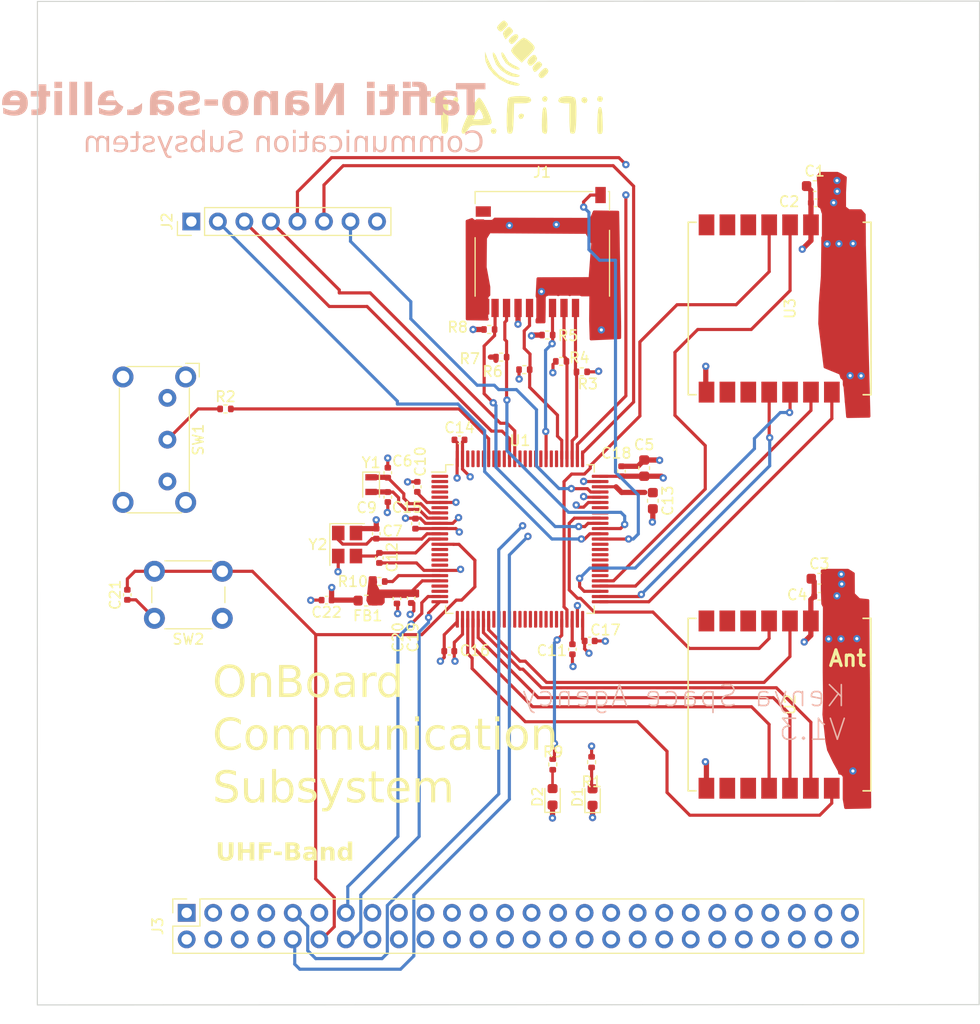
<source format=kicad_pcb>
(kicad_pcb (version 20221018) (generator pcbnew)
  (layers (0 "F.Cu" signal) (1 "In1.Cu" power "GND") (2 "In2.Cu" power "PWR") (31 "B.Cu" signal) (34 "B.Paste" user) (35 "F.Paste" user) (36 "B.SilkS" user "B.Silkscreen") (37 "F.SilkS" user "F.Silkscreen") (38 "B.Mask" user) (39 "F.Mask" user) (44 "Edge.Cuts" user))
  (net 0 "")
  (net 1 "+3V3")
  (net 2 "GND")
  (net 3 "LSE_IN")
  (net 4 "HSE_IN")
  (net 5 "LSE_OUT")
  (net 6 "VCAP1")
  (net 7 "HSE_OUT")
  (net 8 "VCAP2")
  (net 9 "+3.3VA")
  (net 10 "NRST")
  (net 11 "Net-(D1-A)")
  (net 12 "Net-(D2-A)")
  (net 13 "SDMMC_D2")
  (net 14 "SDMMC_D3")
  (net 15 "SDMMC_CMD")
  (net 16 "SDMMC_CK")
  (net 17 "SDMMC_D0")
  (net 18 "SDMMC_D1")
  (net 19 "SDMMC_DB")
  (net 20 "SDMMC_DA")
  (net 21 "ExtTRIG")
  (net 22 "JRST")
  (net 23 "SWO")
  (net 24 "JTDI")
  (net 25 "SWDCLK")
  (net 26 "SWDIO")
  (net 27 "CANTX")
  (net 28 "CANRX")
  (net 29 "USART2_TX")
  (net 30 "USART2_RX")
  (net 31 "/sw_boot")
  (net 32 "/BOOT")
  (net 33 "LED")
  (net 47 "CS")
  (net 48 "SCK")
  (net 49 "MISO")
  (net 50 "MOSI")
  (net 51 "RESET")
  (net 64 "IRQ1")
  (net 65 "CS1")
  (net 66 "SCK1")
  (net 67 "MISO1")
  (net 68 "MOSI1")
  (net 69 "RESET1")
  (net 77 "IRQ")
  (net 91 "Net-(U1-VREF+)")
  (footprint "Capacitor_SMD:C_0402_1005Metric" (layer "F.Cu") (at 112.776 106.222 -90)
    (fp_text reference "C19")
    (fp_text value "10n")
  )
  (footprint "Capacitor_SMD:C_0402_1005Metric" (layer "F.Cu") (at 85.598 105.918 90)
    (fp_text reference "C21")
    (fp_text value "100n")
  )
  (footprint "Capacitor_SMD:C_0402_1005Metric" (layer "F.Cu") (at 116.42 111.31 180)
    (fp_text reference "C16")
    (fp_text value "100n")
  )
  (footprint "Capacitor_SMD:C_0402_1005Metric" (layer "F.Cu") (at 104.676 106.426 180)
    (fp_text reference "C22")
    (fp_text value "1u")
  )
  (footprint "Resistor_SMD:R_0402_1005Metric" (layer "F.Cu") (at 129.11 84.59 180)
    (fp_text reference "R3")
    (fp_text value "47k")
  )
  (footprint "RF_Module:Ai-Thinker-Ra-01-LoRa" (layer "F.Cu") (at 148.04 116.42 -90)
    (fp_text reference "U2")
    (fp_text value "Ai-Thinker-Ra-02")
  )
  (footprint "Resistor_SMD:R_0402_1005Metric" (layer "F.Cu") (at 121.4 83.18)
    (fp_text reference "R7")
    (fp_text value "47k")
  )
  (footprint "Crystal:Crystal_SMD_2012-2Pin_2.0x1.2mm" (layer "F.Cu") (at 108.936 95.378 -90)
    (fp_text reference "Y1")
    (fp_text value "32.768KHz")
  )
  (footprint "Capacitor_SMD:C_0402_1005Metric" (layer "F.Cu") (at 151.52 68.42)
    (fp_text reference "C2")
    (fp_text value "0.1uF")
  )
  (footprint "Capacitor_SMD:C_0402_1005Metric" (layer "F.Cu") (at 109.432 100.066 90)
    (fp_text reference "C7")
    (fp_text value "10p")
  )
  (footprint "MountingHole:MountingHole_3.2mm_M3" (layer "F.Cu") (at 85.44 132.93)
    (fp_text reference "H3" hide)
    (fp_text value "MountingHole")
  )
  (footprint "Connector_PinSocket_2.54mm:PinSocket_2x26_P2.54mm_Vertical" (layer "F.Cu") (at 91.28 136.34 90)
    (fp_text reference "J3")
    (fp_text value "Conn_02x40_Top_Bottom")
  )
  (footprint "MountingHole:MountingHole_3.2mm_M3" (layer "F.Cu") (at 158.29 57.75)
    (fp_text reference "H2" hide)
    (fp_text value "MountingHole")
  )
  (footprint "Capacitor_SMD:C_0402_1005Metric" (layer "F.Cu") (at 132.91 94.104 90)
    (fp_text reference "C18")
    (fp_text value "100n")
  )
  (footprint "Resistor_SMD:R_0402_1005Metric" (layer "F.Cu") (at 125.81 81.07)
    (fp_text reference "R5")
    (fp_text value "47k")
  )
  (footprint "Crystal:Crystal_SMD_3225-4Pin_3.2x2.5mm" (layer "F.Cu") (at 106.638 101.11 -90)
    (fp_text reference "Y2")
    (fp_text value "16MHz")
  )
  (footprint "LED_SMD:LED_0603_1608Metric" (layer "F.Cu") (at 130.14 125.264 90)
    (fp_text reference "D1")
    (fp_text value "LED")
  )
  (footprint "Capacitor_SMD:C_0402_1005Metric" (layer "F.Cu") (at 110.536 94.238 90)
    (fp_text reference "C6")
    (fp_text value "15p")
  )
  (footprint "Resistor_SMD:R_0402_1005Metric" (layer "F.Cu") (at 123.61 84.38)
    (fp_text reference "R6")
    (fp_text value "47k")
  )
  (footprint "Capacitor_SMD:C_0402_1005Metric" (layer "F.Cu") (at 117.4 91.094)
    (fp_text reference "C14")
    (fp_text value "100n")
  )
  (footprint "Resistor_SMD:R_0402_1005Metric" (layer "F.Cu") (at 126.33 122.144 -90)
    (fp_text reference "R9")
    (fp_text value "1k")
  )
  (footprint "Capacitor_SMD:C_0402_1005Metric" (layer "F.Cu") (at 111.41 106.272 -90)
    (fp_text reference "C20")
    (fp_text value "1u")
  )
  (footprint "Resistor_SMD:R_0402_1005Metric" (layer "F.Cu") (at 94.996 88.138)
    (fp_text reference "R2")
    (fp_text value "10k")
  )
  (footprint "Capacitor_SMD:C_0402_1005Metric" (layer "F.Cu") (at 128.21 111.13 -90)
    (fp_text reference "C11")
    (fp_text value "2.2uF")
  )
  (footprint "Resistor_SMD:R_0402_1005Metric" (layer "F.Cu") (at 109.73 104.648)
    (fp_text reference "R10")
    (fp_text value "10k")
  )
  (footprint "Inductor_SMD:L_0603_1608Metric" (layer "F.Cu") (at 108.4785 106.474 180)
    (fp_text reference "FB1")
    (fp_text value "120R")
  )
  (footprint "MountingHole:MountingHole_3.2mm_M3" (layer "F.Cu") (at 158.92 132.08)
    (fp_text reference "H4" hide)
    (fp_text value "MountingHole")
  )
  (footprint "Resistor_SMD:R_0402_1005Metric" (layer "F.Cu") (at 130.048 121.922 -90)
    (fp_text reference "R1")
    (fp_text value "1k")
  )
  (footprint "LED_SMD:LED_0603_1608Metric" (layer "F.Cu") (at 126.31 125.244 90)
    (fp_text reference "D2")
    (fp_text value "LED")
  )
  (footprint "Capacitor_SMD:C_0603_1608Metric" (layer "F.Cu") (at 135.08 93.799 90)
    (fp_text reference "C5")
    (fp_text value "4.7u")
  )
  (footprint "Package_QFP:LQFP-100_14x14mm_P0.5mm" (layer "F.Cu") (at 123.19 100.584)
    (fp_text reference "U1")
    (fp_text value "STM32H743VIT6")
  )
  (footprint "Capacitor_SMD:C_0603_1608Metric" (layer "F.Cu") (at 151.855 104.38)
    (fp_text reference "C3")
    (fp_text value "22uF/16V")
  )
  (footprint "Resistor_SMD:R_0402_1005Metric" (layer "F.Cu") (at 127.13 83.59)
    (fp_text reference "R4")
    (fp_text value "47k")
  )
  (footprint "Connector_PinHeader_2.54mm:PinHeader_1x08_P2.54mm_Vertical" (layer "F.Cu") (at 91.725 70.21 90)
    (fp_text reference "J2")
    (fp_text value "Conn_01x08_Male")
  )
  (footprint "RF_Module:Ai-Thinker-Ra-01-LoRa" (layer "F.Cu") (at 148.05 78.53 -90)
    (fp_text reference "U3")
    (fp_text value "Ai-Thinker-Ra-02")
  )
  (footprint "Capacitor_SMD:C_0402_1005Metric" (layer "F.Cu") (at 129.86 110.334)
    (fp_text reference "C17")
    (fp_text value "100n")
  )
  (footprint "MountingHole:MountingHole_3.2mm_M3" (layer "F.Cu") (at 85.87 57.75)
    (fp_text reference "H1" hide)
    (fp_text value "MountingHole")
  )
  (footprint "Capacitor_SMD:C_0402_1005Metric" (layer "F.Cu") (at 113.36 95.59 90)
    (fp_text reference "C10")
    (fp_text value "100n")
  )
  (footprint "Capacitor_SMD:C_0402_1005Metric" (layer "F.Cu") (at 109.728 102.39 -90)
    (fp_text reference "C12")
    (fp_text value "10p")
  )
  (footprint "Capacitor_SMD:C_0402_1005Metric" (layer "F.Cu") (at 113.18 99.11 90)
    (fp_text reference "C15")
    (fp_text value "100n")
  )
  (footprint "Button_Switch_THT:SW_PUSH_6mm" (layer "F.Cu") (at 94.69 108.168 180)
    (fp_text reference "SW2")
    (fp_text value "SW_Push")
  )
  (footprint "Capacitor_SMD:C_0402_1005Metric" (layer "F.Cu") (at 151.84 106.06)
    (fp_text reference "C4")
    (fp_text value "0.1uF")
  )
  (footprint "Capacitor_SMD:C_0402_1005Metric" (layer "F.Cu") (at 110.536 96.568 -90)
    (fp_text reference "C9")
    (fp_text value "15p")
  )
  (footprint "LOGO" (layer "F.Cu") (at 123.316182 56.953901)
    (fp_text reference "G***" hide)
    (fp_text value "LOGO" hide)
  )
  (footprint "Connector_Card:microSD_HC_Hirose_DM3D-SF" (layer "F.Cu") (at 125.33 73.13)
    (fp_text reference "J1")
    (fp_text value "Micro_SD_Card_Det")
  )
  (footprint "Resistor_SMD:R_0402_1005Metric" (layer "F.Cu") (at 120.25 80.54)
    (fp_text reference "R8")
    (fp_text value "47k")
  )
  (footprint "Capacitor_SMD:C_0603_1608Metric" (layer "F.Cu") (at 151.405 66.82)
    (fp_text reference "C1")
    (fp_text value "22uF/16V")
  )
  (footprint "Capacitor_SMD:C_0603_1608Metric" (layer "F.Cu") (at 135.91 96.92 -90)
    (fp_text reference "C13")
    (fp_text value "2.2uF")
  )
  (footprint "Button_Switch_THT:SW_E-Switch_EG1224_SPDT_Angled" (layer "F.Cu") (at 89.435 87.08 -90)
    (fp_text reference "SW1")
    (fp_text value "SW_SPDT")
  )
  (gr_line (start 167.19 49.23) (end 167.19 49.13) (stroke (width 0.1)) (layer "Edge.Cuts"))
  (gr_line (start 76.98 145.15) (end 167.15 145.12) (stroke (width 0.1)) (layer "Edge.Cuts"))
  (gr_line (start 76.99 49.16) (end 167.19 49.13) (stroke (width 0.1)) (layer "Edge.Cuts"))
  (gr_line (start 167.15 145.12) (end 167.19 49.23) (stroke (width 0.1)) (layer "Edge.Cuts"))
  (gr_line (start 76.98 145.15) (end 76.99 49.16) (stroke (width 0.1)) (layer "Edge.Cuts"))
  (gr_text "Kenya Space Agency\nV1.3" (at 154.53 119.98) (layer "B.SilkS") (effects (font (size 2 2)) (justify left bottom mirror)))
  (gr_text "Communication Subsystem" (at 119.77 63.9) (layer "B.SilkS") (effects (font (size 2 2) (thickness 0.25)) (justify left bottom mirror)))
  (gr_text "Tafiti Nano-satellite" (at 119.9 60.54) (layer "B.SilkS") (effects (font (size 3 3) (thickness 0.6) bold) (justify left bottom mirror)))
  (gr_text "UHF-Band" (at 94.05 131.62) (layer "F.SilkS") (effects (font (size 1.7 1.7) (thickness 0.3) bold) (justify left bottom)))
  (gr_text "Ant" (at 152.6 112.88) (layer "F.SilkS") (effects (font (size 1.5 1.5) (thickness 0.3) bold) (justify left bottom)))
  (gr_text "OnBoard\nCommunication \nSubsystem" (at 93.75 126.28) (layer "F.SilkS") (effects (font (size 3 3) (thickness 0.375)) (justify left bottom)))
  (segment (start 113.6 99.584) (end 113.594 99.59) (width 0.3) (layer "F.Cu") (net 1))
  (segment (start 117.17 94.75) (end 117.17 92.929) (width 0.3) (layer "F.Cu") (net 1))
  (segment (start 115.515 99.584) (end 117.054 99.584) (width 0.3) (layer "F.Cu") (net 1))
  (segment (start 129.62 84.59) (end 130.66 84.59) (width 0.3) (layer "F.Cu") (net 1))
  (segment (start 116.99 110.4) (end 116.97 110.4) (width 0.3) (layer "F.Cu") (net 1))
  (segment (start 118.75 80.54) (end 118.73 80.52) (width 0.5) (layer "F.Cu") (net 1))
  (segment (start 113.6 99.584) (end 113.584 99.568) (width 0.3) (layer "F.Cu") (net 1))
  (segment (start 120.89 83.18) (end 120.36 83.18) (width 0.5) (layer "F.Cu") (net 1))
  (segment (start 123.005 78.48) (end 123.005 80.025) (width 0.5) (layer "F.Cu") (net 1))
  (segment (start 117.17 92.929) (end 117.19 92.909) (width 0.3) (layer "F.Cu") (net 1))
  (segment (start 117.046 97.084) (end 117.06 97.07) (width 0.3) (layer "F.Cu") (net 1))
  (segment (start 130.66 84.59) (end 130.72 84.53) (width 0.3) (layer "F.Cu") (net 1))
  (segment (start 114.281106 97.084) (end 113.36 96.162894) (width 0.3) (layer "F.Cu") (net 1))
  (segment (start 126.35 83.87) (end 126.35 84.66) (width 0.3) (layer "F.Cu") (net 1))
  (segment (start 132.92 94.574) (end 132.91 94.584) (width 0.5) (layer "F.Cu") (net 1))
  (segment (start 151.04 108.42) (end 151.04 109.795) (width 0.5) (layer "F.Cu") (net 1))
  (segment (start 117.69 108.259) (end 117.69 109.7) (width 0.3) (layer "F.Cu") (net 1))
  (segment (start 113.36 96.162894) (end 113.36 96.07) (width 0.3) (layer "F.Cu") (net 1))
  (segment (start 151.04 109.795) (end 150.405 110.43) (width 0.5) (layer "F.Cu") (net 1))
  (segment (start 124.3695 81.07) (end 125.3 81.07) (width 0.5) (layer "F.Cu") (net 1))
  (segment (start 151.05 72.03) (end 150.22 72.86) (width 0.5) (layer "F.Cu") (net 1))
  (segment (start 151.05 70.53) (end 151.05 68.43) (width 0.5) (layer "F.Cu") (net 1))
  (segment (start 107.643 106.426) (end 107.691 106.474) (width 0.5) (layer "F.Cu") (net 1))
  (segment (start 129.38 111.092) (end 129.794 111.506) (width 0.3) (layer "F.Cu") (net 1))
  (segment (start 151.04 68.42) (end 151.04 67.23) (width 0.5) (layer "F.Cu") (net 1))
  (segment (start 115.515 97.084) (end 117.046 97.084) (width 0.3) (layer "F.Cu") (net 1))
  (segment (start 117.054 99.584) (end 117.38 99.91) (width 0.3) (layer "F.Cu") (net 1))
  (segment (start 151.04 67.23) (end 150.63 66.82) (width 0.5) (layer "F.Cu") (net 1))
  (segment (start 117.19 91.364) (end 116.92 91.094) (width 0.3) (layer "F.Cu") (net 1))
  (segment (start 120.89 83.49) (end 120.89 83.18) (width 0.5) (layer "F.Cu") (net 1))
  (segment (start 151.36 106.06) (end 151.36 104.66) (width 0.5) (layer "F.Cu") (net 1))
  (segment (start 135.08 94.574) (end 136.738 94.574) (width 0.5) (layer "F.Cu") (net 1))
  (segment (start 123.1 84.38) (end 123.1 85.27) (width 0.3) (layer "F.Cu") (net 1))
  (segment (start 123.1 85.27) (end 123.11 85.28) (width 0.3) (layer "F.Cu") (net 1))
  (segment (start 136.738 94.574) (end 136.906 94.742) (width 0.5) (layer "F.Cu") (net 1))
  (segment (start 116.9 110.47) (end 116.9 111.31) (width 0.3) (layer "F.Cu") (net 1))
  (segment (start 124.2995 81.14) (end 124.3695 81.07) (width 0.5) (layer "F.Cu") (net 1))
  (segment (start 130.865 94.584) (end 132.91 94.584) (width 0.3) (layer "F.Cu") (net 1))
  (segment (start 130.048 121.412) (end 130.048 120.396) (width 0.3) (layer "F.Cu") (net 1))
  (segment (start 105.156 105.234) (end 105.17 105.22) (width 0.5) (layer "F.Cu") (net 1))
  (segment (start 129.19 108.259) (end 129.19 110.144) (width 0.3) (layer "F.Cu") (net 1))
  (segment (start 105.156 106.426) (end 107.643 106.426) (width 0.5) (layer "F.Cu") (net 1))
  (segment (start 115.515 99.584) (end 113.6 99.584) (width 0.3) (layer "F.Cu") (net 1))
  (segment (start 116.9 112.198) (end 116.9 111.31) (width 0.3) (layer "F.Cu") (net 1))
  (segment (start 151.04 106.38) (end 151.36 106.06) (width 0.5) (layer "F.Cu") (net 1))
  (segment (start 117.19 92.909) (end 117.19 91.364) (width 0.3) (layer "F.Cu") (net 1))
  (segment (start 123.005 80.025) (end 123 80.03) (width 0.5) (layer "F.Cu") (net 1))
  (segment (start 105.156 106.426) (end 105.156 105.234) (width 0.5) (layer "F.Cu") (net 1))
  (segment (start 113.594 99.59) (end 113.18 99.59) (width 0.3) (layer "F.Cu") (net 1))
  (segment (start 151.04 108.42) (end 151.04 106.38) (width 0.5) (layer "F.Cu") (net 1))
  (segment (start 116.97 112.268) (end 116.9 112.198) (width 0.3) (layer "F.Cu") (net 1))
  (segment (start 117.69 109.7) (end 116.99 110.4) (width 0.3) (layer "F.Cu") (net 1))
  (segment (start 115.515 97.084) (end 114.281106 97.084) (width 0.3) (layer "F.Cu") (net 1))
  (segment (start 129.38 110.334) (end 129.38 111.092) (width 0.3) (layer "F.Cu") (net 1))
  (segment (start 151.36 104.66) (end 151.08 104.38) (width 0.5) (layer "F.Cu") (net 1))
  (segment (start 116.97 110.4) (end 116.9 110.47) (width 0.3) (layer "F.Cu") (net 1))
  (segment (start 129.19 110.144) (end 129.38 110.334) (width 0.3) (layer "F.Cu") (net 1))
  (segment (start 135.08 94.574) (end 132.92 94.574) (width 0.5) (layer "F.Cu") (net 1))
  (segment (start 151.05 68.43) (end 151.04 68.42) (width 0.5) (layer "F.Cu") (net 1))
  (segment (start 151.05 70.53) (end 151.05 72.03) (width 0.5) (layer "F.Cu") (net 1))
  (segment (start 126.35 84.66) (end 126.34 84.67) (width 0.3) (layer "F.Cu") (net 1))
  (segment (start 119.74 80.54) (end 118.75 80.54) (width 0.5) (layer "F.Cu") (net 1))
  (via (at 129.794 111.506) (size 0.7) (drill 0.3) (layers "F.Cu" "B.Cu") (net 1))
  (via (at 130.72 84.53) (size 0.7) (drill 0.3) (layers "F.Cu" "B.Cu") (net 1))
  (via (at 117.38 99.91) (size 0.7) (drill 0.3) (layers "F.Cu" "B.Cu") (net 1))
  (via (at 118.7 80.54) (size 0.7) (drill 0.3) (layers "F.Cu" "B.Cu") (net 1))
  (via (at 150.22 72.86) (size 0.7) (drill 0.3) (layers "F.Cu" "B.Cu") (net 1))
  (via (at 123.11 85.28) (size 0.7) (drill 0.3) (layers "F.Cu" "B.Cu") (net 1))
  (via (at 116.97 112.268) (size 0.7) (drill 0.3) (layers "F.Cu" "B.Cu") (net 1))
  (via (at 123 80.03) (size 0.7) (drill 0.3) (layers "F.Cu" "B.Cu") (net 1))
  (via (at 130.048 120.396) (size 0.7) (drill 0.3) (layers "F.Cu" "B.Cu") (net 1))
  (via (at 150.405 110.43) (size 0.7) (drill 0.3) (layers "F.Cu" "B.Cu") (net 1))
  (via (at 124.2995 81.14) (size 0.7) (drill 0.3) (layers "F.Cu" "B.Cu") (net 1))
  (via (at 105.17 105.22) (size 0.7) (drill 0.3) (layers "F.Cu" "B.Cu") (net 1))
  (via (at 117.17 94.75) (size 0.7) (drill 0.3) (layers "F.Cu" "B.Cu") (net 1))
  (via (at 117.06 97.07) (size 0.7) (drill 0.3) (layers "F.Cu" "B.Cu") (net 1))
  (via (at 136.906 94.742) (size 0.7) (drill 0.3) (layers "F.Cu" "B.Cu") (net 1))
  (via (at 126.34 84.67) (size 0.7) (drill 0.3) (layers "F.Cu" "B.Cu") (net 1))
  (segment (start 112.68 107.792) (end 113.03 107.442) (width 0.3) (layer "F.Cu") (net 2))
  (segment (start 110.536 93.758) (end 110.536 92.846) (width 0.3) (layer "F.Cu") (net 2))
  (segment (start 130.34 110.334) (end 131.344 110.334) (width 0.3) (layer "F.Cu") (net 2))
  (segment (start 113.998 103.584) (end 115.515 103.584) (width 0.3) (layer "F.Cu") (net 2))
  (segment (start 135.87 98.96) (end 135.91 98.92) (width 0.5) (layer "F.Cu") (net 2))
  (segment (start 113.642965 98.59) (end 114.136965 99.084) (width 0.3) (layer "F.Cu") (net 2))
  (segment (start 110.536 97.998) (end 110.536 97.048) (width 0.3) (layer "F.Cu") (net 2))
  (segment (start 107.912 99.586) (end 109.432 99.586) (width 0.5) (layer "F.Cu") (net 2))
  (segment (start 113.03 107.442) (end 113.03 106.702) (width 0.3) (layer "F.Cu") (net 2))
  (segment (start 85.598 106.398) (end 86.42 106.398) (width 0.3) (layer "F.Cu") (net 2))
  (segment (start 103.174 106.426) (end 103.16 106.44) (width 0.3) (layer "F.Cu") (net 2))
  (segment (start 126.31 127.26) (end 126.3 127.27) (width 0.5) (layer "F.Cu") (net 2))
  (segment (start 86.42 106.398) (end 88.19 108.168) (width 0.3) (layer "F.Cu") (net 2))
  (segment (start 128.27 112.776) (end 128.21 112.716) (width 0.3) (layer "F.Cu") (net 2))
  (segment (start 117.69 93.9) (end 117.69 92.909) (width 0.3) (layer "F.Cu") (net 2))
  (segment (start 140.98 86.46) (end 141.05 86.53) (width 0.5) (layer "F.Cu") (net 2))
  (segment (start 117.396 103.584) (end 117.5 103.48) (width 0.3) (layer "F.Cu") (net 2))
  (segment (start 112.44 95.11) (end 112.43 95.12) (width 0.3) (layer "F.Cu") (net 2))
  (segment (start 135.91 98.92) (end 135.91 97.695) (width 0.5) (layer "F.Cu") (net 2))
  (segment (start 109.728 102.87) (end 109.734 102.864) (width 0.3) (layer "F.Cu") (net 2))
  (segment (start 112.23 98.59) (end 113.642965 98.59) (width 0.3) (layer "F.Cu") (net 2))
  (segment (start 118.42 94.63) (end 117.69 93.9) (width 0.3) (layer "F.Cu") (net 2))
  (segment (start 117.31 98.53) (end 116.756 99.084) (width 0.3) (layer "F.Cu") (net 2))
  (segment (start 135.08 93.024) (end 136.534 93.024) (width 0.5) (layer "F.Cu") (net 2))
  (segment (start 117.69 92.909) (end 117.69 91.284) (width 0.3) (layer "F.Cu") (net 2))
  (segment (start 111.48 106.802) (end 111.48 107.722) (width 0.3) (layer "F.Cu") (net 2))
  (segment (start 141.04 121.985) (end 140.945 121.89) (width 0.5) (layer "F.Cu") (net 2))
  (segment (start 136.534 93.024) (end 136.56 93.05) (width 0.5) (layer "F.Cu") (net 2))
  (segment (start 115.57 112.268) (end 115.94 111.898) (width 0.3) (layer "F.Cu") (net 2))
  (segment (start 115.94 109.74) (end 115.94 111.31) (width 0.3) (layer "F.Cu") (net 2))
  (segment (start 107.488 100.01) (end 107.912 99.586) (width 0.5) (layer "F.Cu") (net 2))
  (segment (start 105.788 103.69) (end 105.768 103.71) (width 0.3) (layer "F.Cu") (net 2))
  (segment (start 114.136965 99.084) (end 115.515 99.084) (width 0.3) (layer "F.Cu") (net 2))
  (segment (start 128.21 112.716) (end 128.21 111.61) (width 0.3) (layer "F.Cu") (net 2))
  (segment (start 116.756 99.084) (end 115.515 99.084) (width 0.3) (layer "F.Cu") (net 2))
  (segment (start 129.286 95.0675) (end 129.3025 95.084) (width 0.3) (layer "F.Cu") (net 2))
  (segment (start 109.432 99.586) (end 109.432 98.754) (width 0.5) (layer "F.Cu") (net 2))
  (segment (start 115.515 103.584) (end 117.396 103.584) (width 0.3) (layer "F.Cu") (net 2))
  (segment (start 134.48 93.624) (end 135.08 93.024) (width 0.5) (layer "F.Cu") (net 2))
  (segment (start 126.31 126.0315) (end 126.31 127.26) (width 0.5) (layer "F.Cu") (net 2))
  (segment (start 117.19 108.49) (end 115.94 109.74) (width 0.3) (layer "F.Cu") (net 2))
  (segment (start 113.284 102.87) (end 113.998 103.584) (width 0.3) (layer "F.Cu") (net 2))
  (segment (start 104.196 106.426) (end 103.174 106.426) (width 0.3) (layer "F.Cu") (net 2))
  (segment (start 109.432 98.754) (end 109.428 98.75) (width 0.5) (layer "F.Cu") (net 2))
  (segment (start 117.19 108.259) (end 117.19 108.49) (width 0.3) (layer "F.Cu") (net 2))
  (segment (start 131.344 110.334) (end 131.36 110.35) (width 0.3) (layer "F.Cu") (net 2))
  (segment (start 140.98 84.06) (end 140.98 86.46) (width 0.5) (layer "F.Cu") (net 2))
  (segment (start 113.36 95.11) (end 112.44 95.11) (width 0.3) (layer "F.Cu") (net 2))
  (segment (start 115.94 111.898) (end 115.94 111.31) (width 0.3) (layer "F.Cu") (net 2))
  (segment (start 109.728 102.87) (end 113.284 102.87) (width 0.3) (layer "F.Cu") (net 2))
  (segment (start 130.14 126.0515) (end 130.14 127.23) (width 0.5) (layer "F.Cu") (net 2))
  (segment (start 117.69 91.284) (end 117.88 91.094) (width 0.3) (layer "F.Cu") (net 2))
  (segment (start 110.49 98.044) (end 110.536 97.998) (width 0.3) (layer "F.Cu") (net 2))
  (segment (start 141.04 124.42) (end 141.04 121.985) (width 0.5) (layer "F.Cu") (net 2))
  (segment (start 132.91 93.624) (end 134.48 93.624) (width 0.5) (layer "F.Cu") (net 2))
  (segment (start 105.788 102.21) (end 105.788 103.69) (width 0.3) (layer "F.Cu") (net 2))
  (segment (start 110.536 92.846) (end 110.53 92.84) (width 0.3) (layer "F.Cu") (net 2))
  (segment (start 128.69 108.259) (end 128.69 106.95) (width 0.3) (layer "F.Cu") (net 2))
  (segment (start 129.3025 95.084) (end 130.865 95.084) (width 0.3) (layer "F.Cu") (net 2))
  (via (at 126.67 70.5) (size 0.7) (drill 0.3) (layers "F.Cu" "B.Cu") (net 2))
  (via (at 153.955 103.95) (size 0.7) (drill 0.3) (layers "F.Cu" "B.Cu") (net 2))
  (via (at 128.27 112.776) (size 0.7) (drill 0.3) (layers "F.Cu" "B.Cu") (net 2))
  (via (at 153.535 106.02) (size 0.7) (drill 0.3) (layers "F.Cu" "B.Cu") (net 2))
  (via (at 128.69 106.95) (size 0.7) (drill 0.3) (layers "F.Cu" "B.Cu") (net 2))
  (via (at 112.23 98.59) (size 0.7) (drill 0.3) (layers "F.Cu" "B.Cu") (net 2))
  (via (at 126.3 127.27) (size 0.7) (drill 0.3) (layers "F.Cu" "B.Cu") (net 2))
  (via (at 153.56 67.32) (size 0.7) (drill 0.3) (layers "F.Cu" "B.Cu") (net 2))
  (via (at 155.85 84.97) (size 0.7) (drill 0.3) (layers "F.Cu" "B.Cu") (net 2))
  (via (at 118.42 94.63) (size 0.7) (drill 0.3) (layers "F.Cu" "B.Cu") (net 2))
  (via (at 153.54 66.29) (size 0.7) (drill 0.3) (layers "F.Cu" "B.Cu") (net 2))
  (via (at 153.73 72.34) (size 0.7) (drill 0.3) (layers "F.Cu" "B.Cu") (net 2))
  (via (at 112.43 95.12) (size 0.7) (drill 0.3) (layers "F.Cu" "B.Cu") (net 2))
  (via (at 155.08 72.32) (size 0.7) (drill 0.3) (layers "F.Cu" "B.Cu") (net 2))
  (via (at 152.745 110.14) (size 0.7) (drill 0.3) (layers "F.Cu" "B.Cu") (net 2))
  (via (at 153.22 68.41) (size 0.7) (drill 0.3) (layers "F.Cu" "B.Cu") (net 2))
  (via (at 131.36 110.35) (size 0.7) (drill 0.3) (layers "F.Cu" "B.Cu") (net 2))
  (via (at 110.53 92.84) (size 0.7) (drill 0.3) (layers "F.Cu" "B.Cu") (net 2))
  (via (at 125.25 76.91) (size 0.7) (drill 0.3) (layers "F.Cu" "B.Cu") (net 2))
  (via (at 140.98 84.06) (size 0.7) (drill 0.3) (layers "F.Cu" "B.Cu") (net 2))
  (via (at 153.995 104.89) (size 0.7) (drill 0.3) (layers "F.Cu" "B.Cu") (net 2))
  (via (at 152.6 72.36) (size 0.7) (drill 0.3) (layers "F.Cu" "B.Cu") (net 2))
  (via (at 111.48 107.722) (size 0.7) (drill 0.3) (layers "F.Cu" "B.Cu") (net 2))
  (via (at 105.768 103.71) (size 0.7) (drill 0.3) (layers "F.Cu" "B.Cu") (net 2))
  (via (at 122.18 70.59) (size 0.7) (drill 0.3) (layers "F.Cu" "B.Cu") (net 2))
  (via (at 129.286 95.0675) (size 0.7) (drill 0.3) (layers "F.Cu" "B.Cu") (net 2))
  (via (at 110.49 98.044) (size 0.7) (drill 0.3) (layers "F.Cu" "B.Cu") (net 2))
  (via (at 136.56 93.05) (size 0.7) (drill 0.3) (layers "F.Cu" "B.Cu") (net 2))
  (via (at 130.98 80.58) (size 0.7) (drill 0.3) (layers "F.Cu" "B.Cu") (net 2))
  (via (at 153.925 110.13) (size 0.7) (drill 0.3) (layers "F.Cu" "B.Cu") (net 2))
  (via (at 117.31 98.53) (size 0.7) (drill 0.3) (layers "F.Cu" "B.Cu") (net 2))
  (via (at 112.68 107.792) (size 0.7) (drill 0.3) (layers "F.Cu" "B.Cu") (net 2))
  (via (at 155.445 110.11) (size 0.7) (drill 0.3) (layers "F.Cu" "B.Cu") (net 2))
  (via (at 115.57 112.268) (size 0.7) (drill 0.3) (layers "F.Cu" "B.Cu") (net 2))
  (via (at 109.428 98.75) (size 0.7) (drill 0.3) (layers "F.Cu" "B.Cu") (net 2))
  (via (at 140.945 121.89) (size 0.7) (drill 0.3) (layers "F.Cu" "B.Cu") (net 2))
  (via (at 103.16 106.44) (size 0.7) (drill 0.3) (layers "F.Cu" "B.Cu") (net 2))
  (via (at 117.5 103.48) (size 0.7) (drill 0.3) (layers "F.Cu" "B.Cu") (net 2))
  (via (at 155.065 122.77) (size 0.7) (drill 0.3) (layers "F.Cu" "B.Cu") (net 2))
  (via (at 135.87 98.96) (size 0.7) (drill 0.3) (layers "F.Cu" "B.Cu") (net 2))
  (via (at 130.14 127.23) (size 0.7) (drill 0.3) (layers "F.Cu" "B.Cu") (net 2))
  (via (at 154.8 84.95) (size 0.7) (drill 0.3) (layers "F.Cu" "B.Cu") (net 2))
  (segment (start 108.936 94.678) (end 110.496 94.678) (width 0.5) (layer "F.Cu") (net 3))
  (segment (start 113.69 97.2) (end 112.58 97.2) (width 0.3) (layer "F.Cu") (net 3))
  (segment (start 114.574 98.084) (end 113.69 97.2) (width 0.3) (layer "F.Cu") (net 3))
  (segment (start 112.07 96.69) (end 112.07 96.252) (width 0.3) (layer "F.Cu") (net 3))
  (segment (start 112.58 97.2) (end 112.07 96.69) (width 0.3) (layer "F.Cu") (net 3))
  (segment (start 112.07 96.252) (end 110.536 94.718) (width 0.3) (layer "F.Cu") (net 3))
  (segment (start 110.496 94.678) (end 110.536 94.718) (width 0.5) (layer "F.Cu") (net 3))
  (segment (start 115.515 98.084) (end 114.574 98.084) (width 0.3) (layer "F.Cu") (net 3))
  (segment (start 114.292 100.084) (end 113.792 100.584) (width 0.3) (layer "F.Cu") (net 4))
  (segment (start 109.47 100.584) (end 109.432 100.546) (width 0.3) (layer "F.Cu") (net 4))
  (segment (start 106.218 101.07) (end 105.788 100.64) (width 0.3) (layer "F.Cu") (net 4))
  (segment (start 109.432 100.546) (end 109.022 100.546) (width 0.3) (layer "F.Cu") (net 4))
  (segment (start 105.788 100.64) (end 105.788 100.01) (width 0.3) (layer "F.Cu") (net 4))
  (segment (start 108.498 101.07) (end 106.218 101.07) (width 0.3) (layer "F.Cu") (net 4))
  (segment (start 113.792 100.584) (end 109.47 100.584) (width 0.3) (layer "F.Cu") (net 4))
  (segment (start 115.515 100.084) (end 114.292 100.084) (width 0.3) (layer "F.Cu") (net 4))
  (segment (start 109.022 100.546) (end 108.498 101.07) (width 0.3) (layer "F.Cu") (net 4))
  (segment (start 108.936 96.078) (end 110.526 96.078) (width 0.5) (layer "F.Cu") (net 5))
  (segment (start 111.57 96.63) (end 111.028 96.088) (width 0.3) (layer "F.Cu") (net 5))
  (segment (start 113.52 97.75) (end 112.23 97.75) (width 0.3) (layer "F.Cu") (net 5))
  (segment (start 114.344071 98.584) (end 113.54 97.779929) (width 0.3) (layer "F.Cu") (net 5))
  (segment (start 115.515 98.584) (end 114.344071 98.584) (width 0.3) (layer "F.Cu") (net 5))
  (segment (start 112.23 97.75) (end 111.57 97.09) (width 0.3) (layer "F.Cu") (net 5))
  (segment (start 113.54 97.779929) (end 113.54 97.77) (width 0.3) (layer "F.Cu") (net 5))
  (segment (start 110.526 96.078) (end 110.536 96.088) (width 0.5) (layer "F.Cu") (net 5))
  (segment (start 111.57 97.09) (end 111.57 96.63) (width 0.3) (layer "F.Cu") (net 5))
  (segment (start 111.028 96.088) (end 110.536 96.088) (width 0.3) (layer "F.Cu") (net 5))
  (segment (start 113.54 97.77) (end 113.52 97.75) (width 0.3) (layer "F.Cu") (net 5))
  (segment (start 128.19 110.464) (end 128.22 110.494) (width 0.3) (layer "F.Cu") (net 6))
  (segment (start 128.19 108.259) (end 128.19 110.464) (width 0.3) (layer "F.Cu") (net 6))
  (segment (start 115.515 100.584) (end 114.523106 100.584) (width 0.3) (layer "F.Cu") (net 7))
  (segment (start 114.523106 100.584) (end 113.268553 101.838553) (width 0.3) (layer "F.Cu") (net 7))
  (segment (start 113.197106 101.91) (end 113.268553 101.838553) (width 0.3) (layer "F.Cu") (net 7))
  (segment (start 107.488 102.21) (end 109.428 102.21) (width 0.3) (layer "F.Cu") (net 7))
  (segment (start 109.428 102.21) (end 109.728 101.91) (width 0.3) (layer "F.Cu") (net 7))
  (segment (start 109.728 101.91) (end 113.197106 101.91) (width 0.3) (layer "F.Cu") (net 7))
  (segment (start 132.384 95.584) (end 132.39 95.59) (width 0.3) (layer "F.Cu") (net 8))
  (segment (start 130.865 95.584) (end 132.384 95.584) (width 0.3) (layer "F.Cu") (net 8))
  (segment (start 135.14 96.124) (end 132.924 96.124) (width 0.5) (layer "F.Cu") (net 8))
  (segment (start 132.924 96.124) (end 132.39 95.59) (width 0.5) (layer "F.Cu") (net 8))
  (segment (start 113.836 104.584) (end 115.515 104.584) (width 0.3) (layer "F.Cu") (net 9))
  (segment (start 112.776 105.644) (end 113.836 104.584) (width 0.3) (layer "F.Cu") (net 9))
  (segment (start 109.266 104.694) (end 109.22 104.648) (width 0.5) (layer "F.Cu") (net 9))
  (segment (start 112.776 105.742) (end 112.776 105.644) (width 0.3) (layer "F.Cu") (net 9))
  (segment (start 105.41 137.673) (end 104.165 138.918) (width 0.3) (layer "F.Cu") (net 10))
  (segment (start 103.632 133.096) (end 105.41 134.874) (width 0.3) (layer "F.Cu") (net 10))
  (segment (start 117.094 106.426) (end 113.792 109.728) (width 0.3) (layer "F.Cu") (net 10))
  (segment (start 88.19 103.668) (end 86.324 103.668) (width 0.3) (layer "F.Cu") (net 10))
  (segment (start 85.598 104.394) (end 85.598 105.438) (width 0.3) (layer "F.Cu") (net 10))
  (segment (start 103.632 109.728) (end 103.632 133.096) (width 0.3) (layer "F.Cu") (net 10))
  (segment (start 103.632 109.728) (end 97.572 103.668) (width 0.3) (layer "F.Cu") (net 10))
  (segment (start 115.515 101.084) (end 116.832 101.084) (width 0.3) (layer "F.Cu") (net 10))
  (segment (start 86.324 103.668) (end 85.598 104.394) (width 0.3) (layer "F.Cu") (net 10))
  (segment (start 116.832 101.084) (end 116.84 101.092) (width 0.3) (layer "F.Cu") (net 10))
  (segment (start 117.348 101.092) (end 118.872 102.616) (width 0.3) (layer "F.Cu") (net 10))
  (segment (start 88.19 103.668) (end 94.69 103.668) (width 0.3) (layer "F.Cu") (net 10))
  (segment (start 97.572 103.668) (end 94.69 103.668) (width 0.3) (layer "F.Cu") (net 10))
  (segment (start 118.872 102.616) (end 118.872 105.156) (width 0.3) (layer "F.Cu") (net 10))
  (segment (start 105.41 134.874) (end 105.41 137.673) (width 0.3) (layer "F.Cu") (net 10))
  (segment (start 118.872 105.156) (end 117.602 106.426) (width 0.3) (layer "F.Cu") (net 10))
  (segment (start 113.792 109.728) (end 103.632 109.728) (width 0.3) (layer "F.Cu") (net 10))
  (segment (start 117.602 106.426) (end 117.094 106.426) (width 0.3) (layer "F.Cu") (net 10))
  (segment (start 116.84 101.092) (end 117.348 101.092) (width 0.3) (layer "F.Cu") (net 10))
  (segment (start 130.048 124.3845) (end 130.14 124.4765) (width 0.3) (layer "F.Cu") (net 11))
  (segment (start 130.048 122.432) (end 130.048 124.3845) (width 0.3) (layer "F.Cu") (net 11))
  (segment (start 126.31 124.4565) (end 126.31 122.674) (width 0.25) (layer "F.Cu") (net 12))
  (segment (start 126.31 122.674) (end 126.33 122.654) (width 0.25) (layer "F.Cu") (net 12))
  (segment (start 128.61 90.76) (end 128.19 91.18) (width 0.3) (layer "F.Cu") (net 13))
  (segment (start 128.505 78.48) (end 128.505 84.825) (width 0.3) (layer "F.Cu") (net 13))
  (segment (start 128.19 91.18) (end 128.19 92.909) (width 0.3) (layer "F.Cu") (net 13))
  (segment (start 128.505 84.825) (end 128.61 84.93) (width 0.3) (layer "F.Cu") (net 13))
  (segment (start 128.61 84.93) (end 128.61 90.76) (width 0.3) (layer "F.Cu") (net 13))
  (segment (start 127.405 78.48) (end 127.405 83.115) (width 0.3) (layer "F.Cu") (net 14))
  (segment (start 127.405 83.115) (end 127.69 83.4) (width 0.3) (layer "F.Cu") (net 14))
  (segment (start 127.69 83.4) (end 127.69 92.909) (width 0.3) (layer "F.Cu") (net 14))
  (segment (start 126.32 81.85) (end 126.27 81.9) (width 0.3) (layer "F.Cu") (net 15))
  (segment (start 125.69 90.32) (end 125.66 90.29) (width 0.3) (layer "F.Cu") (net 15))
  (segment (start 125.69 92.909) (end 125.69 90.32) (width 0.3) (layer "F.Cu") (net 15))
  (segment (start 126.305 81.055) (end 126.32 81.07) (width 0.3) (layer "F.Cu") (net 15))
  (segment (start 126.32 81.07) (end 126.32 81.85) (width 0.3) (layer "F.Cu") (net 15))
  (segment (start 126.305 78.48) (end 126.305 81.055) (width 0.3) (layer "F.Cu") (net 15))
  (via (at 126.27 81.9) (size 0.7) (drill 0.3) (layers "F.Cu" "B.Cu") (net 15))
  (via (at 125.66 90.29) (size 0.7) (drill 0.3) (layers "F.Cu" "B.Cu") (net 15))
  (segment (start 125.64 82.53) (end 125.64 90.27) (width 0.3) (layer "B.Cu") (net 15))
  (segment (start 125.64 90.27) (end 125.66 90.29) (width 0.3) (layer "B.Cu") (net 15))
  (segment (start 126.27 81.9) (end 125.64 82.53) (width 0.3) (layer "B.Cu") (net 15))
  (segment (start 124.12 86.07) (end 126.78 88.73) (width 0.3) (layer "F.Cu") (net 16))
  (segment (start 127.19 91.15) (end 127.19 92.909) (width 0.3) (layer "F.Cu") (net 16))
  (segment (start 123.6 82.34) (end 124.15 82.89) (width 0.3) (layer "F.Cu") (net 16))
  (segment (start 124.15 84.35) (end 124.12 84.38) (width 0.3) (layer "F.Cu") (net 16))
  (segment (start 126.78 90.74) (end 127.19 91.15) (width 0.3) (layer "F.Cu") (net 16))
  (segment (start 124.105 80.165) (end 123.6 80.67) (width 0.3) (layer "F.Cu") (net 16))
  (segment (start 123.6 80.67) (end 123.6 82.34) (width 0.3) (layer "F.Cu") (net 16))
  (segment (start 124.105 78.48) (end 124.105 80.165) (width 0.3) (layer "F.Cu") (net 16))
  (segment (start 124.12 84.38) (end 124.12 86.07) (width 0.3) (layer "F.Cu") (net 16))
  (segment (start 126.78 88.73) (end 126.78 90.74) (width 0.3) (layer "F.Cu") (net 16))
  (segment (start 124.15 82.89) (end 124.15 84.35) (width 0.3) (layer "F.Cu") (net 16))
  (segment (start 121.905 79.685) (end 121.74 79.85) (width 0.3) (layer "F.Cu") (net 17))
  (segment (start 130.865 99.584) (end 132.816 99.584) (width 0.3) (layer "F.Cu") (net 17))
  (segment (start 121.91 83.18) (end 121.91 87.26) (width 0.3) (layer "F.Cu") (net 17))
  (segment (start 121.74 79.85) (end 121.74 81.5) (width 0.3) (layer "F.Cu") (net 17))
  (segment (start 121.74 81.5) (end 121.91 81.67) (width 0.3) (layer "F.Cu") (net 17))
  (segment (start 121.91 81.67) (end 121.91 83.18) (width 0.3) (layer "F.Cu") (net 17))
  (segment (start 132.816 99.584) (end 133.215 99.185) (width 0.3) (layer "F.Cu") (net 17))
  (segment (start 121.905 78.48) (end 121.905 79.685) (width 0.3) (layer "F.Cu") (net 17))
  (segment (start 121.91 87.26) (end 121.94 87.29) (width 0.3) (layer "F.Cu") (net 17))
  (via (at 133.215 99.185) (size 0.7) (drill 0.3) (layers "F.Cu" "B.Cu") (net 17))
  (via (at 121.94 87.29) (size 0.7) (drill 0.3) (layers "F.Cu" "B.Cu") (net 17))
  (via (at 133.215 99.185) (size 0.7) (drill 0.3) (layers "F.Cu" "B.Cu") (net 17))
  (segment (start 132.85 98.03) (end 133.215 98.395) (width 0.3) (layer "B.Cu") (net 17))
  (segment (start 121.94 87.29) (end 121.94 92.13) (width 0.3) (layer "B.Cu") (net 17))
  (segment (start 127.84 98.03) (end 132.85 98.03) (width 0.3) (layer "B.Cu") (net 17))
  (segment (start 133.14 99.2) (end 133.155 99.185) (width 0.3) (layer "B.Cu") (net 17))
  (segment (start 121.94 92.13) (end 127.84 98.03) (width 0.3) (layer "B.Cu") (net 17))
  (segment (start 133.155 99.185) (end 133.215 99.185) (width 0.3) (layer "B.Cu") (net 17))
  (segment (start 133.215 98.395) (end 133.215 99.185) (width 0.3) (layer "B.Cu") (net 17))
  (segment (start 119.76 86.68) (end 119.76 82.12) (width 0.3) (layer "F.Cu") (net 18))
  (segment (start 120.805 80.495) (end 120.76 80.54) (width 0.3) (layer "F.Cu") (net 18))
  (segment (start 129.706 99.084) (end 130.865 99.084) (width 0.3) (layer "F.Cu") (net 18))
  (segment (start 120.63 87.55) (end 119.76 86.68) (width 0.3) (layer "F.Cu") (net 18))
  (segment (start 119.76 82.12) (end 120.76 81.12) (width 0.3) (layer "F.Cu") (net 18))
  (segment (start 129.4 99.39) (end 129.706 99.084) (width 0.3) (layer "F.Cu") (net 18))
  (segment (start 128.81 99.39) (end 129.4 99.39) (width 0.3) (layer "F.Cu") (net 18))
  (segment (start 120.76 81.12) (end 120.76 80.54) (width 0.3) (layer "F.Cu") (net 18))
  (segment (start 120.805 78.48) (end 120.805 80.495) (width 0.3) (layer "F.Cu") (net 18))
  (via (at 120.63 87.55) (size 0.7) (drill 0.3) (layers "F.Cu" "B.Cu") (net 18))
  (via (at 128.81 99.39) (size 0.7) (drill 0.3) (layers "F.Cu" "B.Cu") (net 18))
  (segment (start 120.89 87.81) (end 120.89 93.72) (width 0.3) (layer "B.Cu") (net 18))
  (segment (start 126.56 99.39) (end 128.81 99.39) (width 0.3) (layer "B.Cu") (net 18))
  (segment (start 120.89 93.72) (end 126.56 99.39) (width 0.3) (layer "B.Cu") (net 18))
  (segment (start 120.63 87.55) (end 120.89 87.81) (width 0.3) (layer "B.Cu") (net 18))
  (segment (start 129.286 68.326) (end 129.932 67.68) (width 0.3) (layer "F.Cu") (net 20))
  (segment (start 129.286 68.834) (end 129.286 68.326) (width 0.3) (layer "F.Cu") (net 20))
  (segment (start 130.865 100.584) (end 133.586 100.584) (width 0.3) (layer "F.Cu") (net 20))
  (segment (start 129.932 67.68) (end 130.905 67.68) (width 0.3) (layer "F.Cu") (net 20))
  (segment (start 133.586 100.584) (end 133.59 100.58) (width 0.3) (layer "F.Cu") (net 20))
  (via (at 129.286 68.834) (size 0.7) (drill 0.3) (layers "F.Cu" "B.Cu") (net 20))
  (via (at 133.59 100.58) (size 0.7) (drill 0.3) (layers "F.Cu" "B.Cu") (net 20))
  (segment (start 134.52 100.1) (end 134.04 100.58) (width 0.3) (layer "B.Cu") (net 20))
  (segment (start 130.81 73.914) (end 132.334 73.914) (width 0.3) (layer "B.Cu") (net 20))
  (segment (start 132.334 94.184) (end 134.52 96.37) (width 0.3) (layer "B.Cu") (net 20))
  (segment (start 129.286 68.834) (end 129.794 69.342) (width 0.3) (layer "B.Cu") (net 20))
  (segment (start 134.52 96.37) (end 134.52 100.1) (width 0.3) (layer "B.Cu") (net 20))
  (segment (start 132.334 73.914) (end 132.334 94.184) (width 0.3) (layer "B.Cu") (net 20))
  (segment (start 129.794 69.342) (end 129.794 72.898) (width 0.3) (layer "B.Cu") (net 20))
  (segment (start 134.04 100.58) (end 133.59 100.58) (width 0.3) (layer "B.Cu") (net 20))
  (segment (start 129.794 72.898) (end 130.81 73.914) (width 0.3) (layer "B.Cu") (net 20))
  (segment (start 130.865 100.084) (end 129.876 100.084) (width 0.3) (layer "F.Cu") (net 21))
  (segment (start 129.876 100.084) (end 129.52 100.44) (width 0.3) (layer "F.Cu") (net 21))
  (segment (start 129.52 100.44) (end 129.38 100.58) (width 0.3) (layer "F.Cu") (net 21))
  (segment (start 129.38 100.58) (end 129.07 100.58) (width 0.3) (layer "F.Cu") (net 21))
  (via (at 129.07 100.58) (size 0.7) (drill 0.3) (layers "F.Cu" "B.Cu") (net 21))
  (segment (start 111.45 87.67) (end 111.45 87.395) (width 0.3) (layer "B.Cu") (net 21))
  (segment (start 126.25 100.58) (end 119.81 94.14) (width 0.3) (layer "B.Cu") (net 21))
  (segment (start 111.45 87.395) (end 94.265 70.21) (width 0.3) (layer "B.Cu") (net 21))
  (segment (start 119.81 90.23) (end 117.25 87.67) (width 0.3) (layer "B.Cu") (net 21))
  (segment (start 119.81 94.14) (end 119.81 90.23) (width 0.3) (layer "B.Cu") (net 21))
  (segment (start 129.07 100.58) (end 126.25 100.58) (width 0.3) (layer "B.Cu") (net 21))
  (segment (start 117.25 87.67) (end 111.45 87.67) (width 0.3) (layer "B.Cu") (net 21))
  (segment (start 120.47 90.26) (end 121.47 90.26) (width 0.3) (layer "F.Cu") (net 22))
  (segment (start 122.19 90.98) (end 122.19 92.909) (width 0.3) (layer "F.Cu") (net 22))
  (segment (start 104.935 78.34) (end 108.55 78.34) (width 0.3) (layer "F.Cu") (net 22))
  (segment (start 96.805 70.21) (end 104.935 78.34) (width 0.3) (layer "F.Cu") (net 22))
  (segment (start 108.55 78.34) (end 120.47 90.26) (width 0.3) (layer "F.Cu") (net 22))
  (segment (start 121.47 90.26) (end 122.19 90.98) (width 0.3) (layer "F.Cu") (net 22))
  (segment (start 121.32 89.51) (end 108.85 77.04) (width 0.3) (layer "F.Cu") (net 23))
  (segment (start 121.96 89.51) (end 121.32 89.51) (width 0.3) (layer "F.Cu") (net 23))
  (segment (start 122.69 92.909) (end 122.69 90.24) (width 0.3) (layer "F.Cu") (net 23))
  (segment (start 122.69 90.24) (end 121.96 89.51) (width 0.3) (layer "F.Cu") (net 23))
  (segment (start 105.89 77.04) (end 105.89 76.755) (width 0.3) (layer "F.Cu") (net 23))
  (segment (start 105.89 76.755) (end 99.345 70.21) (width 0.3) (layer "F.Cu") (net 23))
  (segment (start 108.85 77.04) (end 105.89 77.04) (width 0.3) (layer "F.Cu") (net 23))
  (segment (start 105.15 64.1) (end 101.885 67.365) (width 0.3) (layer "F.Cu") (net 24))
  (segment (start 128.69 91.53) (end 128.75 91.47) (width 0.3) (layer "F.Cu") (net 24))
  (segment (start 128.69 92.909) (end 128.69 91.53) (width 0.3) (layer "F.Cu") (net 24))
  (segment (start 133.33 64.77) (end 132.66 64.1) (width 0.3) (layer "F.Cu") (net 24))
  (segment (start 101.885 67.365) (end 101.885 70.21) (width 0.3) (layer "F.Cu") (net 24))
  (segment (start 128.75 91.47) (end 133.33 86.89) (width 0.3) (layer "F.Cu") (net 24))
  (segment (start 133.33 86.89) (end 133.33 67.67) (width 0.3) (layer "F.Cu") (net 24))
  (segment (start 132.66 64.1) (end 105.15 64.1) (width 0.3) (layer "F.Cu") (net 24))
  (via (at 133.33 64.77) (size 0.7) (drill 0.3) (layers "F.Cu" "B.Cu") (net 24))
  (via (at 133.33 67.67) (size 0.7) (drill 0.3) (layers "F.Cu" "B.Cu") (net 24))
  (segment (start 129.19 92.36) (end 134.07 87.48) (width 0.3) (layer "F.Cu") (net 25))
  (segment (start 104.425 66.715) (end 104.425 70.21) (width 0.3) (layer "F.Cu") (net 25))
  (segment (start 134.07 87.48) (end 134.07 66.83) (width 0.3) (layer "F.Cu") (net 25))
  (segment (start 132.11 64.87) (end 106.27 64.87) (width 0.3) (layer "F.Cu") (net 25))
  (segment (start 129.19 92.909) (end 129.19 92.36) (width 0.3) (layer "F.Cu") (net 25))
  (segment (start 106.27 64.87) (end 104.425 66.715) (width 0.3) (layer "F.Cu") (net 25))
  (segment (start 134.07 66.83) (end 132.11 64.87) (width 0.3) (layer "F.Cu") (net 25))
  (segment (start 129.963959 96.084) (end 130.865 96.084) (width 0.3) (layer "F.Cu") (net 26))
  (segment (start 129.647459 95.7675) (end 129.963959 96.084) (width 0.3) (layer "F.Cu") (net 26))
  (segment (start 128.119 95.7675) (end 129.647459 95.7675) (width 0.3) (layer "F.Cu") (net 26))
  (segment (start 128.1095 95.758) (end 128.119 95.7675) (width 0.3) (layer "F.Cu") (net 26))
  (via (at 128.1095 95.758) (size 0.7) (drill 0.3) (layers "F.Cu" "B.Cu") (net 26))
  (segment (start 106.965 72.105) (end 106.965 70.21) (width 0.3) (layer "B.Cu") (net 26))
  (segment (start 124.77 93.6) (end 124.77 88.21) (width 0.3) (layer "B.Cu") (net 26))
  (segment (start 112.74 77.88) (end 106.965 72.105) (width 0.3) (layer "B.Cu") (net 26))
  (segment (start 119.09 85.87) (end 112.74 79.52) (width 0.3) (layer "B.Cu") (net 26))
  (segment (start 124.77 88.21) (end 122.85 86.29) (width 0.3) (layer "B.Cu") (net 26))
  (segment (start 120.73 85.87) (end 119.09 85.87) (width 0.3) (layer "B.Cu") (net 26))
  (segment (start 126.928 95.758) (end 124.77 93.6) (width 0.3) (layer "B.Cu") (net 26))
  (segment (start 122.85 86.29) (end 121.15 86.29) (width 0.3) (layer "B.Cu") (net 26))
  (segment (start 121.15 86.29) (end 120.73 85.87) (width 0.3) (layer "B.Cu") (net 26))
  (segment (start 128.1095 95.758) (end 126.928 95.758) (width 0.3) (layer "B.Cu") (net 26))
  (segment (start 112.74 79.52) (end 112.74 77.88) (width 0.3) (layer "B.Cu") (net 26))
  (segment (start 130.865 96.584) (end 129.35 96.584) (width 0.3) (layer "F.Cu") (net 27))
  (segment (start 129.35 96.584) (end 129.286 96.52) (width 0.3) (layer "F.Cu") (net 27))
  (via (at 123.444 99.314) (size 0.7) (drill 0.3) (layers "F.Cu" "B.Cu") (net 27))
  (via (at 129.286 96.52) (size 0.7) (drill 0.3) (layers "F.Cu" "B.Cu") (net 27))
  (via (at 129.286 96.52) (size 0.7) (drill 0.3) (layers "F.Cu" "B.Cu") (net 27))
  (segment (start 121.158 101.6) (end 121.158 124.968) (width 0.3) (layer "B.Cu") (net 27))
  (segment (start 102.87 137.623) (end 101.625 136.378) (width 0.3) (layer "B.Cu") (net 27))
  (segment (start 110.49 140.208) (end 109.982 140.716) (width 0.3) (layer "B.Cu") (net 27))
  (segment (start 103.632 140.716) (end 102.87 139.954) (width 0.3) (layer "B.Cu") (net 27))
  (segment (start 102.87 139.954) (end 102.87 137.623) (width 0.3) (layer "B.Cu") (net 27))
  (segment (start 121.158 124.968) (end 110.49 135.636) (width 0.3) (layer "B.Cu") (net 27))
  (segment (start 123.444 99.314) (end 121.158 101.6) (width 0.3) (layer "B.Cu") (net 27))
  (segment (start 110.49 135.636) (end 110.49 140.208) (width 0.3) (layer "B.Cu") (net 27))
  (segment (start 109.982 140.716) (end 103.632 140.716) (width 0.3) (layer "B.Cu") (net 27))
  (segment (start 128.780699 97.536) (end 128.575199 97.3305) (width 0.3) (layer "F.Cu") (net 28))
  (segment (start 129.286 97.536) (end 128.780699 97.536) (width 0.3) (layer "F.Cu") (net 28))
  (segment (start 129.738 97.084) (end 129.286 97.536) (width 0.3) (layer "F.Cu") (net 28))
  (segment (start 130.865 97.084) (end 129.738 97.084) (width 0.3) (layer "F.Cu") (net 28))
  (via (at 128.575199 97.3305) (size 0.7) (drill 0.3) (layers "F.Cu" "B.Cu") (net 28))
  (via (at 123.952 100.33) (size 0.7) (drill 0.3) (layers "F.Cu" "B.Cu") (net 28))
  (segment (start 113.03 134.62) (end 113.03 140.462) (width 0.3) (layer "B.Cu") (net 28))
  (segment (start 101.625 141.249) (end 101.625 138.918) (width 0.3) (layer "B.Cu") (net 28))
  (segment (start 113.03 140.462) (end 111.76 141.732) (width 0.3) (layer "B.Cu") (net 28))
  (segment (start 111.76 141.732) (end 102.108 141.732) (width 0.3) (layer "B.Cu") (net 28))
  (segment (start 122.174 125.476) (end 113.03 134.62) (width 0.3) (layer "B.Cu") (net 28))
  (segment (start 122.174 102.108) (end 122.174 125.476) (width 0.3) (layer "B.Cu") (net 28))
  (segment (start 102.108 141.732) (end 101.625 141.249) (width 0.3) (layer "B.Cu") (net 28))
  (segment (start 123.952 100.33) (end 122.174 102.108) (width 0.3) (layer "B.Cu") (net 28))
  (segment (start 115.515 106.084) (end 114.388 106.084) (width 0.3) (layer "F.Cu") (net 29))
  (segment (start 114.388 106.084) (end 113.792 106.68) (width 0.3) (layer "F.Cu") (net 29))
  (segment (start 113.792 106.68) (end 113.792 107.696) (width 0.3) (layer "F.Cu") (net 29))
  (segment (start 113.792 107.696) (end 112.776 108.712) (width 0.3) (layer "F.Cu") (net 29))
  (via (at 112.776 108.712) (size 0.7) (drill 0.3) (layers "F.Cu" "B.Cu") (net 29))
  (segment (start 112.776 108.712) (end 111.506 109.982) (width 0.3) (layer "B.Cu") (net 29))
  (segment (start 106.705 133.833) (end 106.705 136.378) (width 0.3) (layer "B.Cu") (net 29))
  (segment (start 111.506 129.032) (end 106.705 133.833) (width 0.3) (layer "B.Cu") (net 29))
  (segment (start 111.506 109.982) (end 111.506 129.032) (width 0.3) (layer "B.Cu") (net 29))
  (segment (start 114.440378 107.658622) (end 115.515 106.584) (width 0.3) (layer "F.Cu") (net 30))
  (segment (start 114.440378 108.090378) (end 114.440378 107.658622) (width 0.3) (layer "F.Cu") (net 30))
  (via (at 114.440378 108.090378) (size 0.7) (drill 0.3) (layers "F.Cu" "B.Cu") (net 30))
  (segment (start 107.208 138.918) (end 106.705 138.918) (width 0.3) (layer "B.Cu") (net 30))
  (segment (start 114.440378 108.571622) (end 113.538 109.474) (width 0.3) (layer "B.Cu") (net 30))
  (segment (start 113.538 129.032) (end 107.95 134.62) (width 0.3) (layer "B.Cu") (net 30))
  (segment (start 114.440378 108.090378) (end 114.440378 108.571622) (width 0.3) (layer "B.Cu") (net 30))
  (segment (start 107.95 134.62) (end 107.95 138.176) (width 0.3) (layer "B.Cu") (net 30))
  (segment (start 113.538 109.474) (end 113.538 129.032) (width 0.3) (layer "B.Cu") (net 30))
  (segment (start 107.95 138.176) (end 107.208 138.918) (width 0.3) (layer "B.Cu") (net 30))
  (segment (start 94.486 88.138) (end 92.377 88.138) (width 0.3) (layer "F.Cu") (net 31))
  (segment (start 92.377 88.138) (end 89.435 91.08) (width 0.3) (layer "F.Cu") (net 31))
  (segment (start 120.19 90.98) (end 117.348 88.138) (width 0.3) (layer "F.Cu") (net 32))
  (segment (start 120.19 92.909) (end 120.19 90.98) (width 0.3) (layer "F.Cu") (net 32))
  (segment (start 117.348 88.138) (end 95.506 88.138) (width 0.3) (layer "F.Cu") (net 32))
  (segment (start 127.19 109.792) (end 126.746 110.236) (width 0.3) (layer "F.Cu") (net 33))
  (segment (start 126.492 120.142) (end 126.492 121.472) (width 0.3) (layer "F.Cu") (net 33))
  (segment (start 127.19 108.259) (end 127.19 109.792) (width 0.3) (layer "F.Cu") (net 33))
  (segment (start 126.492 121.472) (end 126.33 121.634) (width 0.3) (layer "F.Cu") (net 33))
  (via (at 126.492 120.142) (size 0.7) (drill 0.3) (layers "F.Cu" "B.Cu") (net 33))
  (via (at 126.746 110.236) (size 0.7) (drill 0.3) (layers "F.Cu" "B.Cu") (net 33))
  (segment (start 126.492 120.142) (end 126.492 110.49) (width 0.3) (layer "B.Cu") (net 33))
  (segment (start 126.492 110.49) (end 126.746 110.236) (width 0.3) (layer "B.Cu") (net 33))
  (segment (start 123.7 118.06) (end 118.61 112.97) (width 0.3) (layer "F.Cu") (net 47))
  (segment (start 153.04 124.42) (end 153.04 125.852) (width 0.3) (layer "F.Cu") (net 47))
  (segment (start 134.44 118.06) (end 123.7 118.06) (width 0.3) (layer "F.Cu") (net 47))
  (segment (start 118.61 112.97) (end 118.61 111.98005) (width 0.3) (layer "F.Cu") (net 47))
  (segment (start 137.27 124.824) (end 137.27 120.89) (width 0.3) (layer "F.Cu") (net 47))
  (segment (start 139.446 127) (end 137.27 124.824) (width 0.3) (layer "F.Cu") (net 47))
  (segment (start 118.61 111.98005) (end 118.19 111.56005) (width 0.3) (layer "F.Cu") (net 47))
  (segment (start 137.27 120.89) (end 134.44 118.06) (width 0.3) (layer "F.Cu") (net 47))
  (segment (start 151.892 127) (end 139.446 127) (width 0.3) (layer "F.Cu") (net 47))
  (segment (start 153.04 125.852) (end 151.892 127) (width 0.3) (layer "F.Cu") (net 47))
  (segment (start 118.19 111.56005) (end 118.19 108.259) (width 0.3) (layer "F.Cu") (net 47))
  (segment (start 145.36 116.63) (end 147.04 118.31) (width 0.3) (layer "F.Cu") (net 48))
  (segment (start 124.4 116.63) (end 145.36 116.63) (width 0.3) (layer "F.Cu") (net 48))
  (segment (start 118.69 108.259) (end 118.69 110.92) (width 0.3) (layer "F.Cu") (net 48))
  (segment (start 147.04 118.31) (end 147.04 124.42) (width 0.3) (layer "F.Cu") (net 48))
  (segment (start 118.69 110.92) (end 124.4 116.63) (width 0.3) (layer "F.Cu") (net 48))
  (segment (start 147.44 115.76) (end 149.04 117.36) (width 0.3) (layer "F.Cu") (net 49))
  (segment (start 119.19 108.259) (end 119.19 110.02) (width 0.3) (layer "F.Cu") (net 49))
  (segment (start 119.19 110.02) (end 124.93 115.76) (width 0.3) (layer "F.Cu") (net 49))
  (segment (start 124.93 115.76) (end 147.44 115.76) (width 0.3) (layer "F.Cu") (net 49))
  (segment (start 149.04 117.36) (end 149.04 124.42) (width 0.3) (layer "F.Cu") (net 49))
  (segment (start 151.04 118.11) (end 151.04 124.42) (width 0.3) (layer "F.Cu") (net 50))
  (segment (start 119.69 108.259) (end 119.69 109.53) (width 0.3) (layer "F.Cu") (net 50))
  (segment (start 123.19 113.03) (end 123.47 113.03) (width 0.3) (layer "F.Cu") (net 50))
  (segment (start 125.25 114.81) (end 147.74 114.81) (width 0.3) (layer "F.Cu") (net 50))
  (segment (start 123.47 113.03) (end 125.25 114.81) (width 0.3) (layer "F.Cu") (net 50))
  (segment (start 147.74 114.81) (end 151.04 118.11) (width 0.3) (layer "F.Cu") (net 50))
  (segment (start 119.69 109.53) (end 123.19 113.03) (width 0.3) (layer "F.Cu") (net 50))
  (segment (start 120.19 109.268) (end 123.19 112.268) (width 0.3) (layer "F.Cu") (net 51))
  (segment (start 146.558 114.3) (end 149.04 111.818) (width 0.3) (layer "F.Cu") (net 51))
  (segment (start 120.19 108.259) (end 120.19 109.268) (width 0.3) (layer "F.Cu") (net 51))
  (segment (start 123.19 112.268) (end 123.698 112.268) (width 0.3) (layer "F.Cu") (net 51))
  (segment (start 125.73 114.3) (end 146.558 114.3) (width 0.3) (layer "F.Cu") (net 51))
  (segment (start 123.698 112.268) (end 125.73 114.3) (width 0.3) (layer "F.Cu") (net 51))
  (segment (start 149.04 111.818) (end 149.04 108.42) (width 0.3) (layer "F.Cu") (net 51))
  (segment (start 127.41 107.077959) (end 127.69 107.357959) (width 0.3) (layer "F.Cu") (net 64))
  (segment (start 127.69 107.357959) (end 127.69 108.259) (width 0.3) (layer "F.Cu") (net 64))
  (segment (start 128.136 94.368) (end 127.41 95.094) (width 0.3) (layer "F.Cu") (net 64))
  (segment (start 127.41 95.094) (end 127.41 107.077959) (width 0.3) (layer "F.Cu") (net 64))
  (segment (start 134.67 88.82) (end 129.92 93.57) (width 0.3) (layer "F.Cu") (net 64))
  (segment (start 147.05 70.53) (end 147.05 75.01) (width 0.3) (layer "F.Cu") (net 64))
  (segment (start 134.67 81.73) (end 134.67 88.82) (width 0.3) (layer "F.Cu") (net 64))
  (segment (start 129.362 94.368) (end 128.136 94.368) (width 0.3) (layer "F.Cu") (net 64))
  (segment (start 143.89 78.17) (end 138.23 78.17) (width 0.3) (layer "F.Cu") (net 64))
  (segment (start 129.92 93.81) (end 129.362 94.368) (width 0.3) (layer "F.Cu") (net 64))
  (segment (start 147.05 75.01) (end 143.89 78.17) (width 0.3) (layer "F.Cu") (net 64))
  (segment (start 138.23 78.17) (end 134.67 81.73) (width 0.3) (layer "F.Cu") (net 64))
  (segment (start 129.92 93.57) (end 129.92 93.81) (width 0.3) (layer "F.Cu") (net 64))
  (segment (start 130.865 106.584) (end 135.526 106.584) (width 0.3) (layer "F.Cu") (net 65))
  (segment (start 135.526 106.584) (end 153.05 89.06) (width 0.3) (layer "F.Cu") (net 65))
  (segment (start 153.05 89.06) (end 153.05 86.53) (width 0.3) (layer "F.Cu") (net 65))
  (segment (start 134.81 105.8845) (end 134.6105 106.084) (width 0.3) (layer "F.Cu") (net 66))
  (segment (start 134.6105 106.084) (end 130.865 106.084) (width 0.3) (layer "F.Cu") (net 66))
  (segment (start 147.05 90.838175) (end 147.05 86.53) (width 0.3) (layer "F.Cu") (net 66))
  (segment (start 147.0995 90.887675) (end 147.05 90.838175) (width 0.3) (layer "F.Cu") (net 66))
  (via (at 147.0995 90.887675) (size 0.7) (drill 0.3) (layers "F.Cu" "B.Cu") (net 66))
  (via (at 134.81 105.8845) (size 0.7) (drill 0.3) (layers "F.Cu" "B.Cu") (net 66))
  (segment (start 147.1 93.58) (end 134.81 105.87) (width 0.3) (layer "B.Cu") (net 66))
  (segment (start 134.81 105.87) (end 134.81 105.8845) (width 0.3) (layer "B.Cu") (net 66))
  (segment (start 147.1 90.888175) (end 147.1 93.58) (width 0.3) (layer "B.Cu") (net 66))
  (segment (start 147.0995 90.887675) (end 147.1 90.888175) (width 0.3) (layer "B.Cu") (net 66))
  (segment (start 129.344 105.584) (end 130.865 105.584) (width 0.3) (layer "F.Cu") (net 67))
  (segment (start 149.05 88.43) (end 149 88.48) (width 0.3) (layer "F.Cu") (net 67))
  (segment (start 128.9 105.14) (end 129.344 105.584) (width 0.3) (layer "F.Cu") (net 67))
  (segment (start 149.05 86.53) (end 149.05 88.43) (width 0.3) (layer "F.Cu") (net 67))
  (segment (start 128.9 104.34) (end 128.9 105.14) (width 0.3) (layer "F.Cu") (net 67))
  (via (at 128.9 104.34) (size 0.7) (drill 0.3) (layers "F.Cu" "B.Cu") (net 67))
  (via (at 149 88.48) (size 0.7) (drill 0.3) (layers "F.Cu" "B.Cu") (net 67))
  (segment (start 129.88 103.36) (end 128.9 104.34) (width 0.3) (layer "B.Cu") (net 67))
  (segment (start 145.64 90.96) (end 145.64 91.94) (width 0.3) (layer "B.Cu") (net 67))
  (segment (start 145.64 91.94) (end 134.22 103.36) (width 0.3) (layer "B.Cu") (net 67))
  (segment (start 134.22 103.36) (end 129.88 103.36) (width 0.3) (layer "B.Cu") (net 67))
  (segment (start 148.12 88.48) (end 145.64 90.96) (width 0.3) (layer "B.Cu") (net 67))
  (segment (start 149 88.48) (end 148.12 88.48) (width 0.3) (layer "B.Cu") (net 67))
  (segment (start 134.246 105.084) (end 130.865 105.084) (width 0.3) (layer "F.Cu") (net 68))
  (segment (start 151.05 86.53) (end 151.05 88.28) (width 0.3) (layer "F.Cu") (net 68))
  (segment (start 151.05 88.28) (end 134.246 105.084) (width 0.3) (layer "F.Cu") (net 68))
  (segment (start 149.05 76.82) (end 149.05 70.53) (width 0.3) (layer "F.Cu") (net 69))
  (segment (start 140.93 95.8) (end 140.93 91.65) (width 0.3) (layer "F.Cu") (net 69))
  (segment (start 140.93 91.65) (end 138.03 88.75) (width 0.3) (layer "F.Cu") (net 69))
  (segment (start 130.865 104.584) (end 132.146 104.584) (width 0.3) (layer "F.Cu") (net 69))
  (segment (start 140.21 80.54) (end 145.33 80.54) (width 0.3) (layer "F.Cu") (net 69))
  (segment (start 138.03 82.72) (end 140.21 80.54) (width 0.3) (layer "F.Cu") (net 69))
  (segment (start 138.03 88.75) (end 138.03 82.72) (width 0.3) (layer "F.Cu") (net 69))
  (segment (start 145.33 80.54) (end 149.05 76.82) (width 0.3) (layer "F.Cu") (net 69))
  (segment (start 132.146 104.584) (end 140.93 95.8) (width 0.3) (layer "F.Cu") (net 69))
  (segment (start 135.92 107.57) (end 139.4 111.05) (width 0.3) (layer "F.Cu") (net 77))
  (segment (start 128.396 98.584) (end 127.91 99.07) (width 0.3) (layer "F.Cu") (net 77))
  (segment (start 127.91 99.07) (end 127.91 105.46) (width 0.3) (layer "F.Cu") (net 77))
  (segment (start 130.29995 107.57) (end 135.92 107.57) (width 0.3) (layer "F.Cu") (net 77))
  (segment (start 128.97995 106.25) (end 130.29995 107.57) (width 0.3) (layer "F.Cu") (net 77))
  (segment (start 139.4 111.05) (end 146.09 111.05) (width 0.3) (layer "F.Cu") (net 77))
  (segment (start 127.91 105.46) (end 128.7 106.25) (width 0.3) (layer "F.Cu") (net 77))
  (segment (start 146.09 111.05) (end 147.04 110.1) (width 0.3) (layer "F.Cu") (net 77))
  (segment (start 147.04 110.1) (end 147.04 108.42) (width 0.3) (layer "F.Cu") (net 77))
  (segment (start 130.865 98.584) (end 128.396 98.584) (width 0.3) (layer "F.Cu") (net 77))
  (segment (start 128.7 106.25) (end 128.97995 106.25) (width 0.3) (layer "F.Cu") (net 77))
  (segment (start 110.24 104.648) (end 110.998 104.648) (width 0.3) (layer "F.Cu") (net 91))
  (segment (start 110.998 104.648) (end 111.562 104.084) (width 0.3) (layer "F.Cu") (net 91))
  (segment (start 111.562 104.084) (end 115.515 104.084) (width 0.3) (layer "F.Cu") (net 91))
  (zone (net 2) (net_name "GND") (layer "F.Cu") (connect_pads yes (clearance 0.3)) (min_thickness 0.254) (fill yes (thermal_gap 0.508) (thermal_bridge_width 0.508))
    (polygon (pts (xy 155.245 103.82) (xy 155.255 105.79) (xy 155.725 106.25) (xy 156.635 106.34) (xy 156.665 111) (xy 156.825 126.36) (xy 154.255 126.41) (xy 153.625 122.79) (xy 153.175 121.99) (xy 152.595 120.79) (xy 152.435 119.98) (xy 152.305 118.79) (xy 152.145 117.37) (xy 152.205 115.89) (xy 152.175 113.24) (xy 152.195 107.1) (xy 152.045 106.82) (xy 151.995 105.47) (xy 151.985 103.54) (xy 152.275 103.43) (xy 154.625 103.43)))
  )
  (zone (net 2) (net_name "GND") (layer "F.Cu") (connect_pads yes (clearance 0.3)) (min_thickness 0.25) (fill yes (thermal_gap 0.508) (thermal_bridge_width 0.508))
    (polygon (pts (xy 132.72 69.18) (xy 132.69 69.19) (xy 132.9 81.45) (xy 129.87 81.59) (xy 129.81 79.72) (xy 129.83 77.37) (xy 125.67 77.39) (xy 125.63 79.95) (xy 124.68 79.96) (xy 124.69 77.28) (xy 124.782241 75.545707) (xy 129.77 75.53) (xy 130.01 72.32) (xy 129.49 71.39) (xy 120.34 71.34) (xy 120.03 71.85) (xy 120 74.56) (xy 120.35 76.46) (xy 120.35 79.56) (xy 120.22 79.69) (xy 118 79.66) (xy 117.99 70.08) (xy 118.69 69.84) (xy 129.91 69.86) (xy 130.21 69.15)))
  )
  (zone (net 9) (net_name "+3.3VA") (layer "F.Cu") (connect_pads yes (clearance 0.3)) (min_thickness 0.254) (fill yes (thermal_gap 0.508) (thermal_bridge_width 0.508))
    (polygon (pts (xy 109.474 104.902) (xy 109.728 105.41) (xy 113.538 105.41) (xy 113.538 106.172) (xy 112.268 106.222) (xy 110.236 106.222) (xy 110.236 106.68) (xy 109.982 106.934) (xy 108.712 106.934) (xy 108.4785 106.474) (xy 108.712 104.394) (xy 108.712 104.14) (xy 109.474 104.14)))
  )
  (zone (net 2) (net_name "GND") (layer "F.Cu") (connect_pads yes (clearance 0.3)) (min_thickness 0.25) (fill yes (thermal_gap 0.508) (thermal_bridge_width 0.508))
    (polygon (pts (xy 153.9 65.59) (xy 154.49 65.94) (xy 154.41 67.42) (xy 154.41 68.8) (xy 154.72 69.04) (xy 155.88 69.04) (xy 156.29 69.51) (xy 156.31 72.1) (xy 156.31 72.46) (xy 156.75 88.97) (xy 154.43 89.01) (xy 154.17 86.06) (xy 153.76 84.83) (xy 152.27 84.22) (xy 151.75 79.99) (xy 151.79 78.19) (xy 152 75.43) (xy 152.04 72.48) (xy 152.03 69.26) (xy 151.93 68.95) (xy 151.71 68.83) (xy 151.67 68.64) (xy 151.68 68.04) (xy 151.67 67.02) (xy 151.6 65.84) (xy 151.86 65.46) (xy 153.61 65.46)))
  )
)
</source>
